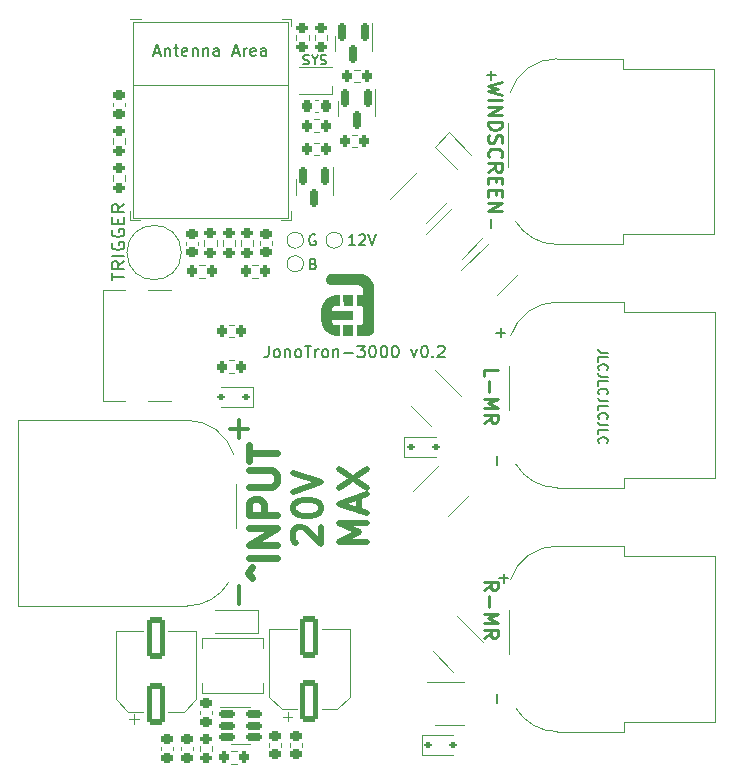
<source format=gbr>
%TF.GenerationSoftware,KiCad,Pcbnew,8.0.0*%
%TF.CreationDate,2024-05-13T20:24:03+10:00*%
%TF.ProjectId,JonoBro,4a6f6e6f-4272-46f2-9e6b-696361645f70,0.2*%
%TF.SameCoordinates,Original*%
%TF.FileFunction,Legend,Top*%
%TF.FilePolarity,Positive*%
%FSLAX46Y46*%
G04 Gerber Fmt 4.6, Leading zero omitted, Abs format (unit mm)*
G04 Created by KiCad (PCBNEW 8.0.0) date 2024-05-13 20:24:03*
%MOMM*%
%LPD*%
G01*
G04 APERTURE LIST*
G04 Aperture macros list*
%AMRoundRect*
0 Rectangle with rounded corners*
0 $1 Rounding radius*
0 $2 $3 $4 $5 $6 $7 $8 $9 X,Y pos of 4 corners*
0 Add a 4 corners polygon primitive as box body*
4,1,4,$2,$3,$4,$5,$6,$7,$8,$9,$2,$3,0*
0 Add four circle primitives for the rounded corners*
1,1,$1+$1,$2,$3*
1,1,$1+$1,$4,$5*
1,1,$1+$1,$6,$7*
1,1,$1+$1,$8,$9*
0 Add four rect primitives between the rounded corners*
20,1,$1+$1,$2,$3,$4,$5,0*
20,1,$1+$1,$4,$5,$6,$7,0*
20,1,$1+$1,$6,$7,$8,$9,0*
20,1,$1+$1,$8,$9,$2,$3,0*%
%AMRotRect*
0 Rectangle, with rotation*
0 The origin of the aperture is its center*
0 $1 length*
0 $2 width*
0 $3 Rotation angle, in degrees counterclockwise*
0 Add horizontal line*
21,1,$1,$2,0,0,$3*%
%AMFreePoly0*
4,1,17,1.371000,0.719999,0.950000,0.719999,0.950000,0.579999,1.370000,0.580000,1.370000,0.080000,0.950000,0.080000,0.950000,-0.080000,1.370000,-0.080000,1.370000,-0.580000,0.950000,-0.579999,0.950000,-0.719999,1.370000,-0.720000,1.370000,-1.225000,-0.950000,-1.225000,-0.950000,1.225000,1.371000,1.225000,1.371000,0.719999,1.371000,0.719999,$1*%
%AMFreePoly1*
4,1,6,0.725000,-0.725000,-0.725000,-0.725000,-0.725000,0.125000,-0.125000,0.725000,0.725000,0.725000,0.725000,-0.725000,0.725000,-0.725000,$1*%
G04 Aperture macros list end*
%ADD10C,0.250000*%
%ADD11C,0.150000*%
%ADD12C,0.200000*%
%ADD13C,0.550000*%
%ADD14C,0.600000*%
%ADD15C,0.165000*%
%ADD16C,0.300000*%
%ADD17C,0.120000*%
%ADD18C,0.000000*%
%ADD19RoundRect,0.200000X0.200000X0.275000X-0.200000X0.275000X-0.200000X-0.275000X0.200000X-0.275000X0*%
%ADD20RoundRect,0.200000X0.275000X-0.200000X0.275000X0.200000X-0.275000X0.200000X-0.275000X-0.200000X0*%
%ADD21RoundRect,0.225000X-0.225000X-0.250000X0.225000X-0.250000X0.225000X0.250000X-0.225000X0.250000X0*%
%ADD22RoundRect,0.225000X0.250000X-0.225000X0.250000X0.225000X-0.250000X0.225000X-0.250000X-0.225000X0*%
%ADD23RotRect,0.630000X0.500000X45.000000*%
%ADD24FreePoly0,45.000000*%
%ADD25C,0.900000*%
%ADD26C,8.600000*%
%ADD27RoundRect,0.225000X-0.250000X0.225000X-0.250000X-0.225000X0.250000X-0.225000X0.250000X0.225000X0*%
%ADD28C,2.500000*%
%ADD29C,1.000000*%
%ADD30RoundRect,0.200000X-0.200000X-0.275000X0.200000X-0.275000X0.200000X0.275000X-0.200000X0.275000X0*%
%ADD31R,0.700000X0.700000*%
%ADD32RoundRect,0.200000X-0.275000X0.200000X-0.275000X-0.200000X0.275000X-0.200000X0.275000X0.200000X0*%
%ADD33C,0.650000*%
%ADD34R,1.450000X0.600000*%
%ADD35R,1.450000X0.300000*%
%ADD36O,2.100000X1.000000*%
%ADD37O,1.600000X1.000000*%
%ADD38R,0.630000X0.500000*%
%ADD39FreePoly0,0.000000*%
%ADD40RoundRect,0.250000X0.550000X-1.500000X0.550000X1.500000X-0.550000X1.500000X-0.550000X-1.500000X0*%
%ADD41C,3.200000*%
%ADD42R,1.200000X1.200000*%
%ADD43RotRect,0.630000X0.500000X315.000000*%
%ADD44FreePoly0,315.000000*%
%ADD45R,2.000000X0.900000*%
%ADD46R,4.100000X4.100000*%
%ADD47C,4.100000*%
%ADD48RoundRect,0.150000X-0.150000X0.587500X-0.150000X-0.587500X0.150000X-0.587500X0.150000X0.587500X0*%
%ADD49RoundRect,0.112500X-0.212132X0.053033X0.053033X-0.212132X0.212132X-0.053033X-0.053033X0.212132X0*%
%ADD50R,0.800000X0.400000*%
%ADD51R,0.400000X0.800000*%
%ADD52FreePoly1,0.000000*%
%ADD53R,1.450000X1.450000*%
%ADD54RoundRect,0.150000X-0.512500X-0.150000X0.512500X-0.150000X0.512500X0.150000X-0.512500X0.150000X0*%
%ADD55RoundRect,0.112500X-0.187500X-0.112500X0.187500X-0.112500X0.187500X0.112500X-0.187500X0.112500X0*%
%ADD56RoundRect,0.112500X0.187500X0.112500X-0.187500X0.112500X-0.187500X-0.112500X0.187500X-0.112500X0*%
%ADD57R,1.500000X2.500000*%
%ADD58C,0.750000*%
G04 APERTURE END LIST*
D10*
X33329857Y58454099D02*
X32129857Y58168385D01*
X32129857Y58168385D02*
X32987000Y57939813D01*
X32987000Y57939813D02*
X32129857Y57711242D01*
X32129857Y57711242D02*
X33329857Y57425527D01*
X32129857Y56968384D02*
X33329857Y56968384D01*
X32129857Y56396955D02*
X33329857Y56396955D01*
X33329857Y56396955D02*
X32129857Y55711241D01*
X32129857Y55711241D02*
X33329857Y55711241D01*
X32129857Y55139812D02*
X33329857Y55139812D01*
X33329857Y55139812D02*
X33329857Y54854098D01*
X33329857Y54854098D02*
X33272714Y54682669D01*
X33272714Y54682669D02*
X33158428Y54568384D01*
X33158428Y54568384D02*
X33044142Y54511241D01*
X33044142Y54511241D02*
X32815571Y54454098D01*
X32815571Y54454098D02*
X32644142Y54454098D01*
X32644142Y54454098D02*
X32415571Y54511241D01*
X32415571Y54511241D02*
X32301285Y54568384D01*
X32301285Y54568384D02*
X32187000Y54682669D01*
X32187000Y54682669D02*
X32129857Y54854098D01*
X32129857Y54854098D02*
X32129857Y55139812D01*
X32187000Y53996955D02*
X32129857Y53825526D01*
X32129857Y53825526D02*
X32129857Y53539812D01*
X32129857Y53539812D02*
X32187000Y53425526D01*
X32187000Y53425526D02*
X32244142Y53368384D01*
X32244142Y53368384D02*
X32358428Y53311241D01*
X32358428Y53311241D02*
X32472714Y53311241D01*
X32472714Y53311241D02*
X32587000Y53368384D01*
X32587000Y53368384D02*
X32644142Y53425526D01*
X32644142Y53425526D02*
X32701285Y53539812D01*
X32701285Y53539812D02*
X32758428Y53768384D01*
X32758428Y53768384D02*
X32815571Y53882669D01*
X32815571Y53882669D02*
X32872714Y53939812D01*
X32872714Y53939812D02*
X32987000Y53996955D01*
X32987000Y53996955D02*
X33101285Y53996955D01*
X33101285Y53996955D02*
X33215571Y53939812D01*
X33215571Y53939812D02*
X33272714Y53882669D01*
X33272714Y53882669D02*
X33329857Y53768384D01*
X33329857Y53768384D02*
X33329857Y53482669D01*
X33329857Y53482669D02*
X33272714Y53311241D01*
X32244142Y52111241D02*
X32187000Y52168384D01*
X32187000Y52168384D02*
X32129857Y52339812D01*
X32129857Y52339812D02*
X32129857Y52454098D01*
X32129857Y52454098D02*
X32187000Y52625527D01*
X32187000Y52625527D02*
X32301285Y52739812D01*
X32301285Y52739812D02*
X32415571Y52796955D01*
X32415571Y52796955D02*
X32644142Y52854098D01*
X32644142Y52854098D02*
X32815571Y52854098D01*
X32815571Y52854098D02*
X33044142Y52796955D01*
X33044142Y52796955D02*
X33158428Y52739812D01*
X33158428Y52739812D02*
X33272714Y52625527D01*
X33272714Y52625527D02*
X33329857Y52454098D01*
X33329857Y52454098D02*
X33329857Y52339812D01*
X33329857Y52339812D02*
X33272714Y52168384D01*
X33272714Y52168384D02*
X33215571Y52111241D01*
X32129857Y50911241D02*
X32701285Y51311241D01*
X32129857Y51596955D02*
X33329857Y51596955D01*
X33329857Y51596955D02*
X33329857Y51139812D01*
X33329857Y51139812D02*
X33272714Y51025527D01*
X33272714Y51025527D02*
X33215571Y50968384D01*
X33215571Y50968384D02*
X33101285Y50911241D01*
X33101285Y50911241D02*
X32929857Y50911241D01*
X32929857Y50911241D02*
X32815571Y50968384D01*
X32815571Y50968384D02*
X32758428Y51025527D01*
X32758428Y51025527D02*
X32701285Y51139812D01*
X32701285Y51139812D02*
X32701285Y51596955D01*
X32758428Y50396955D02*
X32758428Y49996955D01*
X32129857Y49825527D02*
X32129857Y50396955D01*
X32129857Y50396955D02*
X33329857Y50396955D01*
X33329857Y50396955D02*
X33329857Y49825527D01*
X32758428Y49311241D02*
X32758428Y48911241D01*
X32129857Y48739813D02*
X32129857Y49311241D01*
X32129857Y49311241D02*
X33329857Y49311241D01*
X33329857Y49311241D02*
X33329857Y48739813D01*
X32129857Y48225527D02*
X33329857Y48225527D01*
X33329857Y48225527D02*
X32129857Y47539813D01*
X32129857Y47539813D02*
X33329857Y47539813D01*
D11*
X42255704Y35582269D02*
X41684276Y35582269D01*
X41684276Y35582269D02*
X41569990Y35620364D01*
X41569990Y35620364D02*
X41493800Y35696555D01*
X41493800Y35696555D02*
X41455704Y35810840D01*
X41455704Y35810840D02*
X41455704Y35887031D01*
X41455704Y34820364D02*
X41455704Y35201316D01*
X41455704Y35201316D02*
X42255704Y35201316D01*
X41531895Y34096554D02*
X41493800Y34134650D01*
X41493800Y34134650D02*
X41455704Y34248935D01*
X41455704Y34248935D02*
X41455704Y34325126D01*
X41455704Y34325126D02*
X41493800Y34439412D01*
X41493800Y34439412D02*
X41569990Y34515602D01*
X41569990Y34515602D02*
X41646180Y34553697D01*
X41646180Y34553697D02*
X41798561Y34591793D01*
X41798561Y34591793D02*
X41912847Y34591793D01*
X41912847Y34591793D02*
X42065228Y34553697D01*
X42065228Y34553697D02*
X42141419Y34515602D01*
X42141419Y34515602D02*
X42217609Y34439412D01*
X42217609Y34439412D02*
X42255704Y34325126D01*
X42255704Y34325126D02*
X42255704Y34248935D01*
X42255704Y34248935D02*
X42217609Y34134650D01*
X42217609Y34134650D02*
X42179514Y34096554D01*
X42255704Y33525126D02*
X41684276Y33525126D01*
X41684276Y33525126D02*
X41569990Y33563221D01*
X41569990Y33563221D02*
X41493800Y33639412D01*
X41493800Y33639412D02*
X41455704Y33753697D01*
X41455704Y33753697D02*
X41455704Y33829888D01*
X41455704Y32763221D02*
X41455704Y33144173D01*
X41455704Y33144173D02*
X42255704Y33144173D01*
X41531895Y32039411D02*
X41493800Y32077507D01*
X41493800Y32077507D02*
X41455704Y32191792D01*
X41455704Y32191792D02*
X41455704Y32267983D01*
X41455704Y32267983D02*
X41493800Y32382269D01*
X41493800Y32382269D02*
X41569990Y32458459D01*
X41569990Y32458459D02*
X41646180Y32496554D01*
X41646180Y32496554D02*
X41798561Y32534650D01*
X41798561Y32534650D02*
X41912847Y32534650D01*
X41912847Y32534650D02*
X42065228Y32496554D01*
X42065228Y32496554D02*
X42141419Y32458459D01*
X42141419Y32458459D02*
X42217609Y32382269D01*
X42217609Y32382269D02*
X42255704Y32267983D01*
X42255704Y32267983D02*
X42255704Y32191792D01*
X42255704Y32191792D02*
X42217609Y32077507D01*
X42217609Y32077507D02*
X42179514Y32039411D01*
X42255704Y31467983D02*
X41684276Y31467983D01*
X41684276Y31467983D02*
X41569990Y31506078D01*
X41569990Y31506078D02*
X41493800Y31582269D01*
X41493800Y31582269D02*
X41455704Y31696554D01*
X41455704Y31696554D02*
X41455704Y31772745D01*
X41455704Y30706078D02*
X41455704Y31087030D01*
X41455704Y31087030D02*
X42255704Y31087030D01*
X41531895Y29982268D02*
X41493800Y30020364D01*
X41493800Y30020364D02*
X41455704Y30134649D01*
X41455704Y30134649D02*
X41455704Y30210840D01*
X41455704Y30210840D02*
X41493800Y30325126D01*
X41493800Y30325126D02*
X41569990Y30401316D01*
X41569990Y30401316D02*
X41646180Y30439411D01*
X41646180Y30439411D02*
X41798561Y30477507D01*
X41798561Y30477507D02*
X41912847Y30477507D01*
X41912847Y30477507D02*
X42065228Y30439411D01*
X42065228Y30439411D02*
X42141419Y30401316D01*
X42141419Y30401316D02*
X42217609Y30325126D01*
X42217609Y30325126D02*
X42255704Y30210840D01*
X42255704Y30210840D02*
X42255704Y30134649D01*
X42255704Y30134649D02*
X42217609Y30020364D01*
X42217609Y30020364D02*
X42179514Y29982268D01*
X42255704Y29410840D02*
X41684276Y29410840D01*
X41684276Y29410840D02*
X41569990Y29448935D01*
X41569990Y29448935D02*
X41493800Y29525126D01*
X41493800Y29525126D02*
X41455704Y29639411D01*
X41455704Y29639411D02*
X41455704Y29715602D01*
X41455704Y28648935D02*
X41455704Y29029887D01*
X41455704Y29029887D02*
X42255704Y29029887D01*
X41531895Y27925125D02*
X41493800Y27963221D01*
X41493800Y27963221D02*
X41455704Y28077506D01*
X41455704Y28077506D02*
X41455704Y28153697D01*
X41455704Y28153697D02*
X41493800Y28267983D01*
X41493800Y28267983D02*
X41569990Y28344173D01*
X41569990Y28344173D02*
X41646180Y28382268D01*
X41646180Y28382268D02*
X41798561Y28420364D01*
X41798561Y28420364D02*
X41912847Y28420364D01*
X41912847Y28420364D02*
X42065228Y28382268D01*
X42065228Y28382268D02*
X42141419Y28344173D01*
X42141419Y28344173D02*
X42217609Y28267983D01*
X42217609Y28267983D02*
X42255704Y28153697D01*
X42255704Y28153697D02*
X42255704Y28077506D01*
X42255704Y28077506D02*
X42217609Y27963221D01*
X42217609Y27963221D02*
X42179514Y27925125D01*
D12*
X13545387Y36182781D02*
X13545387Y35468496D01*
X13545387Y35468496D02*
X13497768Y35325639D01*
X13497768Y35325639D02*
X13402530Y35230400D01*
X13402530Y35230400D02*
X13259673Y35182781D01*
X13259673Y35182781D02*
X13164435Y35182781D01*
X14164435Y35182781D02*
X14069197Y35230400D01*
X14069197Y35230400D02*
X14021578Y35278020D01*
X14021578Y35278020D02*
X13973959Y35373258D01*
X13973959Y35373258D02*
X13973959Y35658972D01*
X13973959Y35658972D02*
X14021578Y35754210D01*
X14021578Y35754210D02*
X14069197Y35801829D01*
X14069197Y35801829D02*
X14164435Y35849448D01*
X14164435Y35849448D02*
X14307292Y35849448D01*
X14307292Y35849448D02*
X14402530Y35801829D01*
X14402530Y35801829D02*
X14450149Y35754210D01*
X14450149Y35754210D02*
X14497768Y35658972D01*
X14497768Y35658972D02*
X14497768Y35373258D01*
X14497768Y35373258D02*
X14450149Y35278020D01*
X14450149Y35278020D02*
X14402530Y35230400D01*
X14402530Y35230400D02*
X14307292Y35182781D01*
X14307292Y35182781D02*
X14164435Y35182781D01*
X14926340Y35849448D02*
X14926340Y35182781D01*
X14926340Y35754210D02*
X14973959Y35801829D01*
X14973959Y35801829D02*
X15069197Y35849448D01*
X15069197Y35849448D02*
X15212054Y35849448D01*
X15212054Y35849448D02*
X15307292Y35801829D01*
X15307292Y35801829D02*
X15354911Y35706591D01*
X15354911Y35706591D02*
X15354911Y35182781D01*
X15973959Y35182781D02*
X15878721Y35230400D01*
X15878721Y35230400D02*
X15831102Y35278020D01*
X15831102Y35278020D02*
X15783483Y35373258D01*
X15783483Y35373258D02*
X15783483Y35658972D01*
X15783483Y35658972D02*
X15831102Y35754210D01*
X15831102Y35754210D02*
X15878721Y35801829D01*
X15878721Y35801829D02*
X15973959Y35849448D01*
X15973959Y35849448D02*
X16116816Y35849448D01*
X16116816Y35849448D02*
X16212054Y35801829D01*
X16212054Y35801829D02*
X16259673Y35754210D01*
X16259673Y35754210D02*
X16307292Y35658972D01*
X16307292Y35658972D02*
X16307292Y35373258D01*
X16307292Y35373258D02*
X16259673Y35278020D01*
X16259673Y35278020D02*
X16212054Y35230400D01*
X16212054Y35230400D02*
X16116816Y35182781D01*
X16116816Y35182781D02*
X15973959Y35182781D01*
X16593007Y36182781D02*
X17164435Y36182781D01*
X16878721Y35182781D02*
X16878721Y36182781D01*
X17497769Y35182781D02*
X17497769Y35849448D01*
X17497769Y35658972D02*
X17545388Y35754210D01*
X17545388Y35754210D02*
X17593007Y35801829D01*
X17593007Y35801829D02*
X17688245Y35849448D01*
X17688245Y35849448D02*
X17783483Y35849448D01*
X18259674Y35182781D02*
X18164436Y35230400D01*
X18164436Y35230400D02*
X18116817Y35278020D01*
X18116817Y35278020D02*
X18069198Y35373258D01*
X18069198Y35373258D02*
X18069198Y35658972D01*
X18069198Y35658972D02*
X18116817Y35754210D01*
X18116817Y35754210D02*
X18164436Y35801829D01*
X18164436Y35801829D02*
X18259674Y35849448D01*
X18259674Y35849448D02*
X18402531Y35849448D01*
X18402531Y35849448D02*
X18497769Y35801829D01*
X18497769Y35801829D02*
X18545388Y35754210D01*
X18545388Y35754210D02*
X18593007Y35658972D01*
X18593007Y35658972D02*
X18593007Y35373258D01*
X18593007Y35373258D02*
X18545388Y35278020D01*
X18545388Y35278020D02*
X18497769Y35230400D01*
X18497769Y35230400D02*
X18402531Y35182781D01*
X18402531Y35182781D02*
X18259674Y35182781D01*
X19021579Y35849448D02*
X19021579Y35182781D01*
X19021579Y35754210D02*
X19069198Y35801829D01*
X19069198Y35801829D02*
X19164436Y35849448D01*
X19164436Y35849448D02*
X19307293Y35849448D01*
X19307293Y35849448D02*
X19402531Y35801829D01*
X19402531Y35801829D02*
X19450150Y35706591D01*
X19450150Y35706591D02*
X19450150Y35182781D01*
X19926341Y35563734D02*
X20688246Y35563734D01*
X21069198Y36182781D02*
X21688245Y36182781D01*
X21688245Y36182781D02*
X21354912Y35801829D01*
X21354912Y35801829D02*
X21497769Y35801829D01*
X21497769Y35801829D02*
X21593007Y35754210D01*
X21593007Y35754210D02*
X21640626Y35706591D01*
X21640626Y35706591D02*
X21688245Y35611353D01*
X21688245Y35611353D02*
X21688245Y35373258D01*
X21688245Y35373258D02*
X21640626Y35278020D01*
X21640626Y35278020D02*
X21593007Y35230400D01*
X21593007Y35230400D02*
X21497769Y35182781D01*
X21497769Y35182781D02*
X21212055Y35182781D01*
X21212055Y35182781D02*
X21116817Y35230400D01*
X21116817Y35230400D02*
X21069198Y35278020D01*
X22307293Y36182781D02*
X22402531Y36182781D01*
X22402531Y36182781D02*
X22497769Y36135162D01*
X22497769Y36135162D02*
X22545388Y36087543D01*
X22545388Y36087543D02*
X22593007Y35992305D01*
X22593007Y35992305D02*
X22640626Y35801829D01*
X22640626Y35801829D02*
X22640626Y35563734D01*
X22640626Y35563734D02*
X22593007Y35373258D01*
X22593007Y35373258D02*
X22545388Y35278020D01*
X22545388Y35278020D02*
X22497769Y35230400D01*
X22497769Y35230400D02*
X22402531Y35182781D01*
X22402531Y35182781D02*
X22307293Y35182781D01*
X22307293Y35182781D02*
X22212055Y35230400D01*
X22212055Y35230400D02*
X22164436Y35278020D01*
X22164436Y35278020D02*
X22116817Y35373258D01*
X22116817Y35373258D02*
X22069198Y35563734D01*
X22069198Y35563734D02*
X22069198Y35801829D01*
X22069198Y35801829D02*
X22116817Y35992305D01*
X22116817Y35992305D02*
X22164436Y36087543D01*
X22164436Y36087543D02*
X22212055Y36135162D01*
X22212055Y36135162D02*
X22307293Y36182781D01*
X23259674Y36182781D02*
X23354912Y36182781D01*
X23354912Y36182781D02*
X23450150Y36135162D01*
X23450150Y36135162D02*
X23497769Y36087543D01*
X23497769Y36087543D02*
X23545388Y35992305D01*
X23545388Y35992305D02*
X23593007Y35801829D01*
X23593007Y35801829D02*
X23593007Y35563734D01*
X23593007Y35563734D02*
X23545388Y35373258D01*
X23545388Y35373258D02*
X23497769Y35278020D01*
X23497769Y35278020D02*
X23450150Y35230400D01*
X23450150Y35230400D02*
X23354912Y35182781D01*
X23354912Y35182781D02*
X23259674Y35182781D01*
X23259674Y35182781D02*
X23164436Y35230400D01*
X23164436Y35230400D02*
X23116817Y35278020D01*
X23116817Y35278020D02*
X23069198Y35373258D01*
X23069198Y35373258D02*
X23021579Y35563734D01*
X23021579Y35563734D02*
X23021579Y35801829D01*
X23021579Y35801829D02*
X23069198Y35992305D01*
X23069198Y35992305D02*
X23116817Y36087543D01*
X23116817Y36087543D02*
X23164436Y36135162D01*
X23164436Y36135162D02*
X23259674Y36182781D01*
X24212055Y36182781D02*
X24307293Y36182781D01*
X24307293Y36182781D02*
X24402531Y36135162D01*
X24402531Y36135162D02*
X24450150Y36087543D01*
X24450150Y36087543D02*
X24497769Y35992305D01*
X24497769Y35992305D02*
X24545388Y35801829D01*
X24545388Y35801829D02*
X24545388Y35563734D01*
X24545388Y35563734D02*
X24497769Y35373258D01*
X24497769Y35373258D02*
X24450150Y35278020D01*
X24450150Y35278020D02*
X24402531Y35230400D01*
X24402531Y35230400D02*
X24307293Y35182781D01*
X24307293Y35182781D02*
X24212055Y35182781D01*
X24212055Y35182781D02*
X24116817Y35230400D01*
X24116817Y35230400D02*
X24069198Y35278020D01*
X24069198Y35278020D02*
X24021579Y35373258D01*
X24021579Y35373258D02*
X23973960Y35563734D01*
X23973960Y35563734D02*
X23973960Y35801829D01*
X23973960Y35801829D02*
X24021579Y35992305D01*
X24021579Y35992305D02*
X24069198Y36087543D01*
X24069198Y36087543D02*
X24116817Y36135162D01*
X24116817Y36135162D02*
X24212055Y36182781D01*
X25640627Y35849448D02*
X25878722Y35182781D01*
X25878722Y35182781D02*
X26116817Y35849448D01*
X26688246Y36182781D02*
X26783484Y36182781D01*
X26783484Y36182781D02*
X26878722Y36135162D01*
X26878722Y36135162D02*
X26926341Y36087543D01*
X26926341Y36087543D02*
X26973960Y35992305D01*
X26973960Y35992305D02*
X27021579Y35801829D01*
X27021579Y35801829D02*
X27021579Y35563734D01*
X27021579Y35563734D02*
X26973960Y35373258D01*
X26973960Y35373258D02*
X26926341Y35278020D01*
X26926341Y35278020D02*
X26878722Y35230400D01*
X26878722Y35230400D02*
X26783484Y35182781D01*
X26783484Y35182781D02*
X26688246Y35182781D01*
X26688246Y35182781D02*
X26593008Y35230400D01*
X26593008Y35230400D02*
X26545389Y35278020D01*
X26545389Y35278020D02*
X26497770Y35373258D01*
X26497770Y35373258D02*
X26450151Y35563734D01*
X26450151Y35563734D02*
X26450151Y35801829D01*
X26450151Y35801829D02*
X26497770Y35992305D01*
X26497770Y35992305D02*
X26545389Y36087543D01*
X26545389Y36087543D02*
X26593008Y36135162D01*
X26593008Y36135162D02*
X26688246Y36182781D01*
X27450151Y35278020D02*
X27497770Y35230400D01*
X27497770Y35230400D02*
X27450151Y35182781D01*
X27450151Y35182781D02*
X27402532Y35230400D01*
X27402532Y35230400D02*
X27450151Y35278020D01*
X27450151Y35278020D02*
X27450151Y35182781D01*
X27878722Y36087543D02*
X27926341Y36135162D01*
X27926341Y36135162D02*
X28021579Y36182781D01*
X28021579Y36182781D02*
X28259674Y36182781D01*
X28259674Y36182781D02*
X28354912Y36135162D01*
X28354912Y36135162D02*
X28402531Y36087543D01*
X28402531Y36087543D02*
X28450150Y35992305D01*
X28450150Y35992305D02*
X28450150Y35897067D01*
X28450150Y35897067D02*
X28402531Y35754210D01*
X28402531Y35754210D02*
X27831103Y35182781D01*
X27831103Y35182781D02*
X28450150Y35182781D01*
D11*
X20884398Y44685441D02*
X20370112Y44685441D01*
X20627255Y44685441D02*
X20627255Y45585441D01*
X20627255Y45585441D02*
X20541541Y45456870D01*
X20541541Y45456870D02*
X20455826Y45371156D01*
X20455826Y45371156D02*
X20370112Y45328298D01*
X21227255Y45499727D02*
X21270112Y45542584D01*
X21270112Y45542584D02*
X21355827Y45585441D01*
X21355827Y45585441D02*
X21570112Y45585441D01*
X21570112Y45585441D02*
X21655827Y45542584D01*
X21655827Y45542584D02*
X21698684Y45499727D01*
X21698684Y45499727D02*
X21741541Y45414013D01*
X21741541Y45414013D02*
X21741541Y45328298D01*
X21741541Y45328298D02*
X21698684Y45199727D01*
X21698684Y45199727D02*
X21184398Y44685441D01*
X21184398Y44685441D02*
X21741541Y44685441D01*
X21998684Y45585441D02*
X22298684Y44685441D01*
X22298684Y44685441D02*
X22598684Y45585441D01*
X16491064Y60013800D02*
X16605350Y59975705D01*
X16605350Y59975705D02*
X16795826Y59975705D01*
X16795826Y59975705D02*
X16872017Y60013800D01*
X16872017Y60013800D02*
X16910112Y60051896D01*
X16910112Y60051896D02*
X16948207Y60128086D01*
X16948207Y60128086D02*
X16948207Y60204277D01*
X16948207Y60204277D02*
X16910112Y60280467D01*
X16910112Y60280467D02*
X16872017Y60318562D01*
X16872017Y60318562D02*
X16795826Y60356658D01*
X16795826Y60356658D02*
X16643445Y60394753D01*
X16643445Y60394753D02*
X16567255Y60432848D01*
X16567255Y60432848D02*
X16529160Y60470943D01*
X16529160Y60470943D02*
X16491064Y60547134D01*
X16491064Y60547134D02*
X16491064Y60623324D01*
X16491064Y60623324D02*
X16529160Y60699515D01*
X16529160Y60699515D02*
X16567255Y60737610D01*
X16567255Y60737610D02*
X16643445Y60775705D01*
X16643445Y60775705D02*
X16833922Y60775705D01*
X16833922Y60775705D02*
X16948207Y60737610D01*
X17443446Y60356658D02*
X17443446Y59975705D01*
X17176779Y60775705D02*
X17443446Y60356658D01*
X17443446Y60356658D02*
X17710112Y60775705D01*
X17938683Y60013800D02*
X18052969Y59975705D01*
X18052969Y59975705D02*
X18243445Y59975705D01*
X18243445Y59975705D02*
X18319636Y60013800D01*
X18319636Y60013800D02*
X18357731Y60051896D01*
X18357731Y60051896D02*
X18395826Y60128086D01*
X18395826Y60128086D02*
X18395826Y60204277D01*
X18395826Y60204277D02*
X18357731Y60280467D01*
X18357731Y60280467D02*
X18319636Y60318562D01*
X18319636Y60318562D02*
X18243445Y60356658D01*
X18243445Y60356658D02*
X18091064Y60394753D01*
X18091064Y60394753D02*
X18014874Y60432848D01*
X18014874Y60432848D02*
X17976779Y60470943D01*
X17976779Y60470943D02*
X17938683Y60547134D01*
X17938683Y60547134D02*
X17938683Y60623324D01*
X17938683Y60623324D02*
X17976779Y60699515D01*
X17976779Y60699515D02*
X18014874Y60737610D01*
X18014874Y60737610D02*
X18091064Y60775705D01*
X18091064Y60775705D02*
X18281541Y60775705D01*
X18281541Y60775705D02*
X18395826Y60737610D01*
X17312105Y43109215D02*
X17440677Y43066358D01*
X17440677Y43066358D02*
X17483534Y43023501D01*
X17483534Y43023501D02*
X17526391Y42937786D01*
X17526391Y42937786D02*
X17526391Y42809215D01*
X17526391Y42809215D02*
X17483534Y42723501D01*
X17483534Y42723501D02*
X17440677Y42680643D01*
X17440677Y42680643D02*
X17354962Y42637786D01*
X17354962Y42637786D02*
X17012105Y42637786D01*
X17012105Y42637786D02*
X17012105Y43537786D01*
X17012105Y43537786D02*
X17312105Y43537786D01*
X17312105Y43537786D02*
X17397820Y43494929D01*
X17397820Y43494929D02*
X17440677Y43452072D01*
X17440677Y43452072D02*
X17483534Y43366358D01*
X17483534Y43366358D02*
X17483534Y43280643D01*
X17483534Y43280643D02*
X17440677Y43194929D01*
X17440677Y43194929D02*
X17397820Y43152072D01*
X17397820Y43152072D02*
X17312105Y43109215D01*
X17312105Y43109215D02*
X17012105Y43109215D01*
D10*
X31759857Y33578385D02*
X31759857Y34149813D01*
X31759857Y34149813D02*
X32959857Y34149813D01*
X32217000Y33178384D02*
X32217000Y32264098D01*
X31759857Y31692670D02*
X32959857Y31692670D01*
X32959857Y31692670D02*
X32102714Y31292670D01*
X32102714Y31292670D02*
X32959857Y30892670D01*
X32959857Y30892670D02*
X31759857Y30892670D01*
X31759857Y29635527D02*
X32331285Y30035527D01*
X31759857Y30321241D02*
X32959857Y30321241D01*
X32959857Y30321241D02*
X32959857Y29864098D01*
X32959857Y29864098D02*
X32902714Y29749813D01*
X32902714Y29749813D02*
X32845571Y29692670D01*
X32845571Y29692670D02*
X32731285Y29635527D01*
X32731285Y29635527D02*
X32559857Y29635527D01*
X32559857Y29635527D02*
X32445571Y29692670D01*
X32445571Y29692670D02*
X32388428Y29749813D01*
X32388428Y29749813D02*
X32331285Y29864098D01*
X32331285Y29864098D02*
X32331285Y30321241D01*
D13*
X15832391Y19458985D02*
X15718105Y19573271D01*
X15718105Y19573271D02*
X15603819Y19801842D01*
X15603819Y19801842D02*
X15603819Y20373271D01*
X15603819Y20373271D02*
X15718105Y20601842D01*
X15718105Y20601842D02*
X15832391Y20716128D01*
X15832391Y20716128D02*
X16060962Y20830414D01*
X16060962Y20830414D02*
X16289534Y20830414D01*
X16289534Y20830414D02*
X16632391Y20716128D01*
X16632391Y20716128D02*
X18003819Y19344700D01*
X18003819Y19344700D02*
X18003819Y20830414D01*
X15603819Y22316128D02*
X15603819Y22544699D01*
X15603819Y22544699D02*
X15718105Y22773271D01*
X15718105Y22773271D02*
X15832391Y22887556D01*
X15832391Y22887556D02*
X16060962Y23001842D01*
X16060962Y23001842D02*
X16518105Y23116128D01*
X16518105Y23116128D02*
X17089534Y23116128D01*
X17089534Y23116128D02*
X17546676Y23001842D01*
X17546676Y23001842D02*
X17775248Y22887556D01*
X17775248Y22887556D02*
X17889534Y22773271D01*
X17889534Y22773271D02*
X18003819Y22544699D01*
X18003819Y22544699D02*
X18003819Y22316128D01*
X18003819Y22316128D02*
X17889534Y22087556D01*
X17889534Y22087556D02*
X17775248Y21973271D01*
X17775248Y21973271D02*
X17546676Y21858985D01*
X17546676Y21858985D02*
X17089534Y21744699D01*
X17089534Y21744699D02*
X16518105Y21744699D01*
X16518105Y21744699D02*
X16060962Y21858985D01*
X16060962Y21858985D02*
X15832391Y21973271D01*
X15832391Y21973271D02*
X15718105Y22087556D01*
X15718105Y22087556D02*
X15603819Y22316128D01*
X15603819Y23801842D02*
X18003819Y24601842D01*
X18003819Y24601842D02*
X15603819Y25401842D01*
X21867685Y19573271D02*
X19467685Y19573271D01*
X19467685Y19573271D02*
X21181971Y20373271D01*
X21181971Y20373271D02*
X19467685Y21173271D01*
X19467685Y21173271D02*
X21867685Y21173271D01*
X21181971Y22201842D02*
X21181971Y23344699D01*
X21867685Y21973271D02*
X19467685Y22773271D01*
X19467685Y22773271D02*
X21867685Y23573271D01*
X19467685Y24144700D02*
X21867685Y25744700D01*
X19467685Y25744700D02*
X21867685Y24144700D01*
D14*
X12103657Y16473308D02*
X11760800Y16930451D01*
X11760800Y16930451D02*
X12103657Y17387594D01*
X14275085Y18187594D02*
X11875085Y18187594D01*
X14275085Y19330451D02*
X11875085Y19330451D01*
X11875085Y19330451D02*
X14275085Y20701880D01*
X14275085Y20701880D02*
X11875085Y20701880D01*
X14275085Y21844737D02*
X11875085Y21844737D01*
X11875085Y21844737D02*
X11875085Y22759023D01*
X11875085Y22759023D02*
X11989371Y22987594D01*
X11989371Y22987594D02*
X12103657Y23101880D01*
X12103657Y23101880D02*
X12332228Y23216166D01*
X12332228Y23216166D02*
X12675085Y23216166D01*
X12675085Y23216166D02*
X12903657Y23101880D01*
X12903657Y23101880D02*
X13017942Y22987594D01*
X13017942Y22987594D02*
X13132228Y22759023D01*
X13132228Y22759023D02*
X13132228Y21844737D01*
X11875085Y24244737D02*
X13817942Y24244737D01*
X13817942Y24244737D02*
X14046514Y24359023D01*
X14046514Y24359023D02*
X14160800Y24473308D01*
X14160800Y24473308D02*
X14275085Y24701880D01*
X14275085Y24701880D02*
X14275085Y25159023D01*
X14275085Y25159023D02*
X14160800Y25387594D01*
X14160800Y25387594D02*
X14046514Y25501880D01*
X14046514Y25501880D02*
X13817942Y25616166D01*
X13817942Y25616166D02*
X11875085Y25616166D01*
X11875085Y26416166D02*
X11875085Y27787594D01*
X14275085Y27101880D02*
X11875085Y27101880D01*
D15*
X242802Y41693122D02*
X242802Y42321694D01*
X1342802Y42007408D02*
X242802Y42007408D01*
X1342802Y43316932D02*
X818993Y42950265D01*
X1342802Y42688360D02*
X242802Y42688360D01*
X242802Y42688360D02*
X242802Y43107408D01*
X242802Y43107408D02*
X295183Y43212170D01*
X295183Y43212170D02*
X347564Y43264551D01*
X347564Y43264551D02*
X452326Y43316932D01*
X452326Y43316932D02*
X609469Y43316932D01*
X609469Y43316932D02*
X714231Y43264551D01*
X714231Y43264551D02*
X766612Y43212170D01*
X766612Y43212170D02*
X818993Y43107408D01*
X818993Y43107408D02*
X818993Y42688360D01*
X1342802Y43788360D02*
X242802Y43788360D01*
X295183Y44888361D02*
X242802Y44783599D01*
X242802Y44783599D02*
X242802Y44626456D01*
X242802Y44626456D02*
X295183Y44469313D01*
X295183Y44469313D02*
X399945Y44364551D01*
X399945Y44364551D02*
X504707Y44312170D01*
X504707Y44312170D02*
X714231Y44259789D01*
X714231Y44259789D02*
X871374Y44259789D01*
X871374Y44259789D02*
X1080898Y44312170D01*
X1080898Y44312170D02*
X1185660Y44364551D01*
X1185660Y44364551D02*
X1290422Y44469313D01*
X1290422Y44469313D02*
X1342802Y44626456D01*
X1342802Y44626456D02*
X1342802Y44731218D01*
X1342802Y44731218D02*
X1290422Y44888361D01*
X1290422Y44888361D02*
X1238041Y44940742D01*
X1238041Y44940742D02*
X871374Y44940742D01*
X871374Y44940742D02*
X871374Y44731218D01*
X295183Y45988361D02*
X242802Y45883599D01*
X242802Y45883599D02*
X242802Y45726456D01*
X242802Y45726456D02*
X295183Y45569313D01*
X295183Y45569313D02*
X399945Y45464551D01*
X399945Y45464551D02*
X504707Y45412170D01*
X504707Y45412170D02*
X714231Y45359789D01*
X714231Y45359789D02*
X871374Y45359789D01*
X871374Y45359789D02*
X1080898Y45412170D01*
X1080898Y45412170D02*
X1185660Y45464551D01*
X1185660Y45464551D02*
X1290422Y45569313D01*
X1290422Y45569313D02*
X1342802Y45726456D01*
X1342802Y45726456D02*
X1342802Y45831218D01*
X1342802Y45831218D02*
X1290422Y45988361D01*
X1290422Y45988361D02*
X1238041Y46040742D01*
X1238041Y46040742D02*
X871374Y46040742D01*
X871374Y46040742D02*
X871374Y45831218D01*
X766612Y46512170D02*
X766612Y46878837D01*
X1342802Y47035980D02*
X1342802Y46512170D01*
X1342802Y46512170D02*
X242802Y46512170D01*
X242802Y46512170D02*
X242802Y47035980D01*
X1342802Y48135980D02*
X818993Y47769313D01*
X1342802Y47507408D02*
X242802Y47507408D01*
X242802Y47507408D02*
X242802Y47926456D01*
X242802Y47926456D02*
X295183Y48031218D01*
X295183Y48031218D02*
X347564Y48083599D01*
X347564Y48083599D02*
X452326Y48135980D01*
X452326Y48135980D02*
X609469Y48135980D01*
X609469Y48135980D02*
X714231Y48083599D01*
X714231Y48083599D02*
X766612Y48031218D01*
X766612Y48031218D02*
X818993Y47926456D01*
X818993Y47926456D02*
X818993Y47507408D01*
D10*
X31769857Y15474099D02*
X32341285Y15874099D01*
X31769857Y16159813D02*
X32969857Y16159813D01*
X32969857Y16159813D02*
X32969857Y15702670D01*
X32969857Y15702670D02*
X32912714Y15588385D01*
X32912714Y15588385D02*
X32855571Y15531242D01*
X32855571Y15531242D02*
X32741285Y15474099D01*
X32741285Y15474099D02*
X32569857Y15474099D01*
X32569857Y15474099D02*
X32455571Y15531242D01*
X32455571Y15531242D02*
X32398428Y15588385D01*
X32398428Y15588385D02*
X32341285Y15702670D01*
X32341285Y15702670D02*
X32341285Y16159813D01*
X32227000Y14959813D02*
X32227000Y14045527D01*
X31769857Y13474099D02*
X32969857Y13474099D01*
X32969857Y13474099D02*
X32112714Y13074099D01*
X32112714Y13074099D02*
X32969857Y12674099D01*
X32969857Y12674099D02*
X31769857Y12674099D01*
X31769857Y11416956D02*
X32341285Y11816956D01*
X31769857Y12102670D02*
X32969857Y12102670D01*
X32969857Y12102670D02*
X32969857Y11645527D01*
X32969857Y11645527D02*
X32912714Y11531242D01*
X32912714Y11531242D02*
X32855571Y11474099D01*
X32855571Y11474099D02*
X32741285Y11416956D01*
X32741285Y11416956D02*
X32569857Y11416956D01*
X32569857Y11416956D02*
X32455571Y11474099D01*
X32455571Y11474099D02*
X32398428Y11531242D01*
X32398428Y11531242D02*
X32341285Y11645527D01*
X32341285Y11645527D02*
X32341285Y12102670D01*
D11*
X17494368Y45542584D02*
X17408654Y45585441D01*
X17408654Y45585441D02*
X17280082Y45585441D01*
X17280082Y45585441D02*
X17151511Y45542584D01*
X17151511Y45542584D02*
X17065796Y45456870D01*
X17065796Y45456870D02*
X17022939Y45371156D01*
X17022939Y45371156D02*
X16980082Y45199727D01*
X16980082Y45199727D02*
X16980082Y45071156D01*
X16980082Y45071156D02*
X17022939Y44899727D01*
X17022939Y44899727D02*
X17065796Y44814013D01*
X17065796Y44814013D02*
X17151511Y44728298D01*
X17151511Y44728298D02*
X17280082Y44685441D01*
X17280082Y44685441D02*
X17365796Y44685441D01*
X17365796Y44685441D02*
X17494368Y44728298D01*
X17494368Y44728298D02*
X17537225Y44771156D01*
X17537225Y44771156D02*
X17537225Y45071156D01*
X17537225Y45071156D02*
X17365796Y45071156D01*
X33193866Y36899049D02*
X33193866Y37660953D01*
X33574819Y37280001D02*
X32812914Y37280001D01*
X32893866Y26039049D02*
X32893866Y26800953D01*
X32333866Y46119049D02*
X32333866Y46880953D01*
X32403866Y58679049D02*
X32403866Y59440953D01*
X32784819Y59060001D02*
X32022914Y59060001D01*
X3863094Y60980896D02*
X4339284Y60980896D01*
X3767856Y60695181D02*
X4101189Y61695181D01*
X4101189Y61695181D02*
X4434522Y60695181D01*
X4767856Y61361848D02*
X4767856Y60695181D01*
X4767856Y61266610D02*
X4815475Y61314229D01*
X4815475Y61314229D02*
X4910713Y61361848D01*
X4910713Y61361848D02*
X5053570Y61361848D01*
X5053570Y61361848D02*
X5148808Y61314229D01*
X5148808Y61314229D02*
X5196427Y61218991D01*
X5196427Y61218991D02*
X5196427Y60695181D01*
X5529761Y61361848D02*
X5910713Y61361848D01*
X5672618Y61695181D02*
X5672618Y60838039D01*
X5672618Y60838039D02*
X5720237Y60742800D01*
X5720237Y60742800D02*
X5815475Y60695181D01*
X5815475Y60695181D02*
X5910713Y60695181D01*
X6624999Y60742800D02*
X6529761Y60695181D01*
X6529761Y60695181D02*
X6339285Y60695181D01*
X6339285Y60695181D02*
X6244047Y60742800D01*
X6244047Y60742800D02*
X6196428Y60838039D01*
X6196428Y60838039D02*
X6196428Y61218991D01*
X6196428Y61218991D02*
X6244047Y61314229D01*
X6244047Y61314229D02*
X6339285Y61361848D01*
X6339285Y61361848D02*
X6529761Y61361848D01*
X6529761Y61361848D02*
X6624999Y61314229D01*
X6624999Y61314229D02*
X6672618Y61218991D01*
X6672618Y61218991D02*
X6672618Y61123753D01*
X6672618Y61123753D02*
X6196428Y61028515D01*
X7101190Y61361848D02*
X7101190Y60695181D01*
X7101190Y61266610D02*
X7148809Y61314229D01*
X7148809Y61314229D02*
X7244047Y61361848D01*
X7244047Y61361848D02*
X7386904Y61361848D01*
X7386904Y61361848D02*
X7482142Y61314229D01*
X7482142Y61314229D02*
X7529761Y61218991D01*
X7529761Y61218991D02*
X7529761Y60695181D01*
X8005952Y61361848D02*
X8005952Y60695181D01*
X8005952Y61266610D02*
X8053571Y61314229D01*
X8053571Y61314229D02*
X8148809Y61361848D01*
X8148809Y61361848D02*
X8291666Y61361848D01*
X8291666Y61361848D02*
X8386904Y61314229D01*
X8386904Y61314229D02*
X8434523Y61218991D01*
X8434523Y61218991D02*
X8434523Y60695181D01*
X9339285Y60695181D02*
X9339285Y61218991D01*
X9339285Y61218991D02*
X9291666Y61314229D01*
X9291666Y61314229D02*
X9196428Y61361848D01*
X9196428Y61361848D02*
X9005952Y61361848D01*
X9005952Y61361848D02*
X8910714Y61314229D01*
X9339285Y60742800D02*
X9244047Y60695181D01*
X9244047Y60695181D02*
X9005952Y60695181D01*
X9005952Y60695181D02*
X8910714Y60742800D01*
X8910714Y60742800D02*
X8863095Y60838039D01*
X8863095Y60838039D02*
X8863095Y60933277D01*
X8863095Y60933277D02*
X8910714Y61028515D01*
X8910714Y61028515D02*
X9005952Y61076134D01*
X9005952Y61076134D02*
X9244047Y61076134D01*
X9244047Y61076134D02*
X9339285Y61123753D01*
X10529762Y60980896D02*
X11005952Y60980896D01*
X10434524Y60695181D02*
X10767857Y61695181D01*
X10767857Y61695181D02*
X11101190Y60695181D01*
X11434524Y60695181D02*
X11434524Y61361848D01*
X11434524Y61171372D02*
X11482143Y61266610D01*
X11482143Y61266610D02*
X11529762Y61314229D01*
X11529762Y61314229D02*
X11625000Y61361848D01*
X11625000Y61361848D02*
X11720238Y61361848D01*
X12434524Y60742800D02*
X12339286Y60695181D01*
X12339286Y60695181D02*
X12148810Y60695181D01*
X12148810Y60695181D02*
X12053572Y60742800D01*
X12053572Y60742800D02*
X12005953Y60838039D01*
X12005953Y60838039D02*
X12005953Y61218991D01*
X12005953Y61218991D02*
X12053572Y61314229D01*
X12053572Y61314229D02*
X12148810Y61361848D01*
X12148810Y61361848D02*
X12339286Y61361848D01*
X12339286Y61361848D02*
X12434524Y61314229D01*
X12434524Y61314229D02*
X12482143Y61218991D01*
X12482143Y61218991D02*
X12482143Y61123753D01*
X12482143Y61123753D02*
X12005953Y61028515D01*
X13339286Y60695181D02*
X13339286Y61218991D01*
X13339286Y61218991D02*
X13291667Y61314229D01*
X13291667Y61314229D02*
X13196429Y61361848D01*
X13196429Y61361848D02*
X13005953Y61361848D01*
X13005953Y61361848D02*
X12910715Y61314229D01*
X13339286Y60742800D02*
X13244048Y60695181D01*
X13244048Y60695181D02*
X13005953Y60695181D01*
X13005953Y60695181D02*
X12910715Y60742800D01*
X12910715Y60742800D02*
X12863096Y60838039D01*
X12863096Y60838039D02*
X12863096Y60933277D01*
X12863096Y60933277D02*
X12910715Y61028515D01*
X12910715Y61028515D02*
X13005953Y61076134D01*
X13005953Y61076134D02*
X13244048Y61076134D01*
X13244048Y61076134D02*
X13339286Y61123753D01*
X32903866Y5929049D02*
X32903866Y6690953D01*
X33453866Y16089049D02*
X33453866Y16850953D01*
X33834819Y16470001D02*
X33072914Y16470001D01*
D16*
X10997733Y14338096D02*
X10997733Y15861905D01*
X10997733Y28338096D02*
X10997733Y29861905D01*
X11759638Y29100001D02*
X10235828Y29100001D01*
D17*
%TO.C,R13*%
X10638730Y37922500D02*
X10164214Y37922500D01*
X10638730Y36877500D02*
X10164214Y36877500D01*
%TO.C,R19*%
X11218904Y44618010D02*
X11218904Y45092526D01*
X12263904Y44618010D02*
X12263904Y45092526D01*
%TO.C,C11*%
X17459420Y56960000D02*
X17740580Y56960000D01*
X17459420Y55940000D02*
X17740580Y55940000D01*
%TO.C,C9*%
X12786697Y44713747D02*
X12786697Y44994907D01*
X13806697Y44713747D02*
X13806697Y44994907D01*
%TO.C,Q10*%
X23853133Y48623394D02*
X26066377Y50836639D01*
X26872479Y46551571D02*
X28611962Y48291054D01*
%TO.C,R8*%
X17477500Y62012742D02*
X17477500Y62487258D01*
X18522500Y62012742D02*
X18522500Y62487258D01*
%TO.C,C7*%
X4446798Y2199151D02*
X4446798Y1917991D01*
X5466798Y2199151D02*
X5466798Y1917991D01*
%TO.C,TP8*%
X19800000Y45100000D02*
G75*
G02*
X18400000Y45100000I-700000J0D01*
G01*
X18400000Y45100000D02*
G75*
G02*
X19800000Y45100000I700000J0D01*
G01*
%TO.C,R15*%
X20562742Y53997500D02*
X21037258Y53997500D01*
X20562742Y52952500D02*
X21037258Y52952500D01*
%TO.C,D2*%
X18920000Y59785000D02*
X16080000Y59785000D01*
X18920000Y57485000D02*
X16080000Y57485000D01*
X18920000Y57485000D02*
X18920000Y58135000D01*
%TO.C,R1*%
X7706810Y2294351D02*
X7706810Y1819835D01*
X8751810Y2294351D02*
X8751810Y1819835D01*
%TO.C,J6*%
X-498528Y40850000D02*
X-498528Y31450000D01*
X1401472Y40850000D02*
X-498528Y40850000D01*
X1401472Y31450000D02*
X-498528Y31450000D01*
X5301472Y40850000D02*
X3301472Y40850000D01*
X5301472Y31450000D02*
X3301472Y31450000D01*
%TO.C,R9*%
X15877500Y62012742D02*
X15877500Y62487258D01*
X16922500Y62012742D02*
X16922500Y62487258D01*
%TO.C,Q6*%
X26990000Y7690000D02*
X30120000Y7690000D01*
X27660000Y4090000D02*
X30120000Y4090000D01*
%TO.C,R7*%
X9643593Y44612742D02*
X9643593Y45087258D01*
X10688593Y44612742D02*
X10688593Y45087258D01*
%TO.C,C5*%
X590000Y12010000D02*
X2940000Y12010000D01*
X590000Y6254437D02*
X590000Y12010000D01*
X1654437Y5190000D02*
X590000Y6254437D01*
X1654437Y5190000D02*
X2940000Y5190000D01*
X1758750Y4556250D02*
X2546250Y4556250D01*
X2152500Y4162500D02*
X2152500Y4950000D01*
X6345563Y5190000D02*
X5060000Y5190000D01*
X6345563Y5190000D02*
X7410000Y6254437D01*
X7410000Y12010000D02*
X5060000Y12010000D01*
X7410000Y6254437D02*
X7410000Y12010000D01*
%TO.C,C1*%
X13590000Y12210000D02*
X15940000Y12210000D01*
X13590000Y6454437D02*
X13590000Y12210000D01*
X14654437Y5390000D02*
X13590000Y6454437D01*
X14654437Y5390000D02*
X15940000Y5390000D01*
X14758750Y4756250D02*
X15546250Y4756250D01*
X15152500Y4362500D02*
X15152500Y5150000D01*
X19345563Y5390000D02*
X18060000Y5390000D01*
X19345563Y5390000D02*
X20410000Y6454437D01*
X20410000Y12210000D02*
X18060000Y12210000D01*
X20410000Y6454437D02*
X20410000Y12210000D01*
%TO.C,R12*%
X12178835Y42977864D02*
X12653351Y42977864D01*
X12178835Y41932864D02*
X12653351Y41932864D01*
%TO.C,TP3*%
X6150000Y44052432D02*
G75*
G02*
X1550000Y44052432I-2300000J0D01*
G01*
X1550000Y44052432D02*
G75*
G02*
X6150000Y44052432I2300000J0D01*
G01*
%TO.C,C8*%
X386494Y56459420D02*
X386494Y56740580D01*
X1406494Y56459420D02*
X1406494Y56740580D01*
%TO.C,R17*%
X17362742Y53322500D02*
X17837258Y53322500D01*
X17362742Y52277500D02*
X17837258Y52277500D01*
%TO.C,D1*%
X12660000Y13750000D02*
X9000000Y13750000D01*
X12660000Y11850000D02*
X9000000Y11850000D01*
X12660000Y11850000D02*
X12660000Y13750000D01*
%TO.C,Q9*%
X25753133Y23823394D02*
X27966377Y26036639D01*
X28772479Y21751571D02*
X30511962Y23491054D01*
%TO.C,Q3*%
X29865228Y42537214D02*
X32078472Y44750459D01*
X32884574Y40465391D02*
X34624057Y42204874D01*
%TO.C,Q8*%
X25561593Y31064608D02*
X27301076Y29325125D01*
X27633416Y34083954D02*
X29846661Y31870710D01*
%TO.C,C3*%
X13590000Y2490580D02*
X13590000Y2209420D01*
X14610000Y2490580D02*
X14610000Y2209420D01*
%TO.C,R5*%
X375161Y50587258D02*
X375161Y50112742D01*
X1420161Y50587258D02*
X1420161Y50112742D01*
%TO.C,R11*%
X8153351Y42977864D02*
X7678835Y42977864D01*
X8153351Y41932864D02*
X7678835Y41932864D01*
%TO.C,J1*%
X33890000Y34450000D02*
X33890000Y30710000D01*
X43610000Y39860000D02*
X38000000Y39860000D01*
X43610000Y39860000D02*
X43610000Y39010000D01*
X43610000Y24990000D02*
X43610000Y24140000D01*
X43610000Y24140000D02*
X38000000Y24140000D01*
X51310000Y39010000D02*
X43610000Y39010000D01*
X51310000Y39010000D02*
X51310000Y24990000D01*
X51310000Y24990000D02*
X43610000Y24990000D01*
X34041282Y36989900D02*
G75*
G02*
X38000000Y39859999I3918716J-1239898D01*
G01*
X38000000Y24140000D02*
G75*
G02*
X34477042Y26133194I0J4110000D01*
G01*
%TO.C,Q4*%
X15840000Y49600000D02*
X15840000Y50250000D01*
X15840000Y49600000D02*
X15840000Y48950000D01*
X18960000Y49600000D02*
X18960000Y51275000D01*
X18960000Y49600000D02*
X18960000Y48950000D01*
%TO.C,J3*%
X33840000Y55050000D02*
X33840000Y51310000D01*
X43560000Y60460000D02*
X37950000Y60460000D01*
X43560000Y60460000D02*
X43560000Y59610000D01*
X43560000Y45590000D02*
X43560000Y44740000D01*
X43560000Y44740000D02*
X37950000Y44740000D01*
X51260000Y59610000D02*
X43560000Y59610000D01*
X51260000Y59610000D02*
X51260000Y45590000D01*
X51260000Y45590000D02*
X43560000Y45590000D01*
X33991282Y57589900D02*
G75*
G02*
X37950000Y60459999I3918716J-1239898D01*
G01*
X37950000Y44740000D02*
G75*
G02*
X34427042Y46733194I0J4110000D01*
G01*
%TO.C,D4*%
X27610517Y53017401D02*
X29491421Y51136497D01*
X28812599Y54219483D02*
X27610517Y53017401D01*
X28812599Y54219483D02*
X30693503Y52338579D01*
%TO.C,U2*%
X1825000Y47600000D02*
X1825000Y46800000D01*
X1825000Y46800000D02*
X2625000Y46800000D01*
X2025000Y63600000D02*
X15225000Y63600000D01*
X2025000Y58200000D02*
X15225000Y58200000D01*
X2025000Y47000000D02*
X2025000Y63600000D01*
X2700000Y63800000D02*
X1850000Y63800000D01*
X14675000Y63800000D02*
X15425000Y63800000D01*
X15225000Y63600000D02*
X15225000Y47000000D01*
X15225000Y47000000D02*
X2025000Y47000000D01*
X15425000Y63800000D02*
X15425000Y63200000D01*
X15425000Y47600000D02*
X15425000Y46800000D01*
X15425000Y46800000D02*
X14625000Y46800000D01*
%TO.C,R2*%
X10392051Y1825544D02*
X10866567Y1825544D01*
X10392051Y780544D02*
X10866567Y780544D01*
%TO.C,C10*%
X6581704Y44984547D02*
X6581704Y44703387D01*
X7601704Y44984547D02*
X7601704Y44703387D01*
%TO.C,C4*%
X7719310Y4959420D02*
X7719310Y5240580D01*
X8739310Y4959420D02*
X8739310Y5240580D01*
%TO.C,J2*%
X33890000Y13800000D02*
X33890000Y10060000D01*
X43610000Y19210000D02*
X38000000Y19210000D01*
X43610000Y19210000D02*
X43610000Y18360000D01*
X43610000Y4340000D02*
X43610000Y3490000D01*
X43610000Y3490000D02*
X38000000Y3490000D01*
X51310000Y18360000D02*
X43610000Y18360000D01*
X51310000Y18360000D02*
X51310000Y4340000D01*
X51310000Y4340000D02*
X43610000Y4340000D01*
X34041282Y16339900D02*
G75*
G02*
X38000000Y19209999I3918716J-1239898D01*
G01*
X38000000Y3490000D02*
G75*
G02*
X34477042Y5483194I0J4110000D01*
G01*
%TO.C,Q2*%
X19165000Y61775000D02*
X19165000Y62425000D01*
X19165000Y61775000D02*
X19165000Y61125000D01*
X22285000Y61775000D02*
X22285000Y63450000D01*
X22285000Y61775000D02*
X22285000Y61125000D01*
%TO.C,U1*%
X11200039Y5555409D02*
X9400039Y5555409D01*
X11200039Y5555409D02*
X12000039Y5555409D01*
X11200039Y2435409D02*
X10400039Y2435409D01*
X11200039Y2435409D02*
X12000039Y2435409D01*
%TO.C,D6*%
X26490000Y3200000D02*
X26490000Y1500000D01*
X26490000Y3200000D02*
X29150000Y3200000D01*
X26490000Y1500000D02*
X29150000Y1500000D01*
%TO.C,Q5*%
X27426894Y10302844D02*
X29166377Y8563361D01*
X29498717Y13322190D02*
X31711962Y11108946D01*
%TO.C,C6*%
X6094021Y2199151D02*
X6094021Y1917991D01*
X7114021Y2199151D02*
X7114021Y1917991D01*
D18*
%TO.C,G\u002A\u002A\u002A*%
G36*
X20304080Y40463995D02*
G01*
X20720986Y40461175D01*
X20720986Y39545180D01*
X20303401Y39542360D01*
X19885815Y39539539D01*
X19885304Y39849487D01*
X19884952Y39935573D01*
X19884222Y40020374D01*
X19883177Y40099829D01*
X19881879Y40169877D01*
X19880394Y40226455D01*
X19878799Y40265221D01*
X19876891Y40317154D01*
X19876845Y40366789D01*
X19878601Y40406319D01*
X19879989Y40418911D01*
X19887173Y40466815D01*
X20304080Y40463995D01*
G37*
G36*
X20723796Y37451988D02*
G01*
X20720986Y36991171D01*
X20310438Y36988079D01*
X20200968Y36987397D01*
X20111284Y36987185D01*
X20039623Y36987490D01*
X19984221Y36988357D01*
X19943315Y36989830D01*
X19915143Y36991955D01*
X19897941Y36994778D01*
X19889947Y36998342D01*
X19889497Y36998856D01*
X19886928Y37013025D01*
X19884701Y37047261D01*
X19882846Y37100080D01*
X19881395Y37169998D01*
X19880379Y37255532D01*
X19879829Y37355197D01*
X19879765Y37459945D01*
X19880426Y37907166D01*
X20726606Y37912804D01*
X20723796Y37451988D01*
G37*
G36*
X19573299Y39539792D02*
G01*
X19370503Y39539792D01*
X19281127Y39538998D01*
X19210163Y39536236D01*
X19154518Y39530942D01*
X19111097Y39522548D01*
X19076806Y39510489D01*
X19048549Y39494197D01*
X19027386Y39476985D01*
X18991118Y39437477D01*
X18965870Y39393325D01*
X18949847Y39339704D01*
X18941255Y39271789D01*
X18939548Y39240809D01*
X18935051Y39130413D01*
X19828019Y39127657D01*
X20720986Y39124900D01*
X20720986Y38327446D01*
X19831933Y38322058D01*
X18942879Y38316669D01*
X18943050Y38208905D01*
X18943699Y38157456D01*
X18946238Y38121214D01*
X18951845Y38093845D01*
X18961699Y38069014D01*
X18973133Y38047259D01*
X19017101Y37988729D01*
X19073976Y37946998D01*
X19141952Y37923387D01*
X19142920Y37923202D01*
X19172669Y37919628D01*
X19218977Y37916565D01*
X19276853Y37914231D01*
X19341305Y37912844D01*
X19386182Y37912554D01*
X19573299Y37912554D01*
X19573299Y37455193D01*
X19573115Y37358100D01*
X19572588Y37267879D01*
X19571758Y37186764D01*
X19570665Y37116994D01*
X19569347Y37060806D01*
X19567844Y37020437D01*
X19566195Y36998124D01*
X19565216Y36994346D01*
X19552239Y36993570D01*
X19521493Y36993646D01*
X19476744Y36994507D01*
X19421757Y36996089D01*
X19379323Y36997585D01*
X19206799Y37011126D01*
X19048817Y37038835D01*
X18902757Y37081839D01*
X18766004Y37141262D01*
X18635939Y37218232D01*
X18509946Y37313873D01*
X18392808Y37421883D01*
X18317743Y37500454D01*
X18257093Y37572735D01*
X18207033Y37643920D01*
X18163740Y37719204D01*
X18142638Y37761684D01*
X18117445Y37817047D01*
X18097310Y37867731D01*
X18080469Y37919484D01*
X18065158Y37978051D01*
X18049614Y38049182D01*
X18040688Y38093892D01*
X18035113Y38123196D01*
X18030451Y38150574D01*
X18026620Y38178225D01*
X18023538Y38208346D01*
X18021124Y38243137D01*
X18019297Y38284796D01*
X18017976Y38335520D01*
X18017079Y38397508D01*
X18016526Y38472959D01*
X18016233Y38564071D01*
X18016122Y38673041D01*
X18016107Y38758502D01*
X18016107Y39297323D01*
X18046801Y39430991D01*
X18082762Y39562738D01*
X18127749Y39679465D01*
X18184645Y39786810D01*
X18256333Y39890412D01*
X18322480Y39970112D01*
X18440527Y40090647D01*
X18566246Y40193254D01*
X18700995Y40278538D01*
X18846129Y40347102D01*
X19003007Y40399551D01*
X19172985Y40436489D01*
X19357421Y40458519D01*
X19429970Y40463031D01*
X19573299Y40469905D01*
X19573299Y39539792D01*
G37*
G36*
X19602110Y42232644D02*
G01*
X19760830Y42232284D01*
X19938634Y42231768D01*
X20136717Y42231131D01*
X20150258Y42231086D01*
X21432230Y42226856D01*
X21556158Y42199422D01*
X21687202Y42164417D01*
X21803458Y42119769D01*
X21910518Y42062854D01*
X22013973Y41991044D01*
X22034697Y41974685D01*
X22147056Y41873404D01*
X22245033Y41762654D01*
X22326674Y41645132D01*
X22390022Y41523538D01*
X22421034Y41441829D01*
X22435093Y41396984D01*
X22445455Y41359596D01*
X22453484Y41323114D01*
X22460542Y41280990D01*
X22467992Y41226672D01*
X22471475Y41199359D01*
X22472713Y41178784D01*
X22473913Y41137582D01*
X22475069Y41076677D01*
X22476175Y40996996D01*
X22477225Y40899463D01*
X22478214Y40785004D01*
X22479136Y40654545D01*
X22479985Y40509010D01*
X22480755Y40349325D01*
X22481441Y40176415D01*
X22482037Y39991206D01*
X22482537Y39794622D01*
X22482935Y39587591D01*
X22483226Y39371035D01*
X22483293Y39302711D01*
X22483498Y39071008D01*
X22483671Y38859862D01*
X22483802Y38668277D01*
X22483880Y38495257D01*
X22483893Y38339807D01*
X22483832Y38200931D01*
X22483685Y38077632D01*
X22483441Y37968915D01*
X22483089Y37873785D01*
X22482619Y37791245D01*
X22482020Y37720300D01*
X22481279Y37659953D01*
X22480388Y37609209D01*
X22479335Y37567072D01*
X22478108Y37532547D01*
X22476698Y37504637D01*
X22475092Y37482347D01*
X22473281Y37464680D01*
X22471254Y37450641D01*
X22468998Y37439235D01*
X22466505Y37429464D01*
X22463762Y37420335D01*
X22462656Y37416839D01*
X22425414Y37326203D01*
X22374539Y37241345D01*
X22314338Y37169188D01*
X22300095Y37155546D01*
X22245221Y37108504D01*
X22194818Y37073648D01*
X22140443Y37045907D01*
X22076320Y37021140D01*
X21992603Y36991857D01*
X21539994Y36989988D01*
X21442205Y36989702D01*
X21350270Y36989660D01*
X21266612Y36989845D01*
X21193655Y36990242D01*
X21133826Y36990836D01*
X21089548Y36991612D01*
X21063245Y36992554D01*
X21057749Y36993055D01*
X21028114Y36997991D01*
X21028114Y37910067D01*
X21208619Y37914768D01*
X21284893Y37917323D01*
X21343455Y37921105D01*
X21388143Y37927043D01*
X21422795Y37936065D01*
X21451249Y37949099D01*
X21477345Y37967072D01*
X21498162Y37984788D01*
X21513435Y37998314D01*
X21526453Y38010526D01*
X21537405Y38023170D01*
X21546478Y38037996D01*
X21553862Y38056753D01*
X21559743Y38081188D01*
X21564311Y38113050D01*
X21567753Y38154088D01*
X21570258Y38206049D01*
X21572013Y38270684D01*
X21573207Y38349739D01*
X21574027Y38444963D01*
X21574663Y38558106D01*
X21575302Y38690914D01*
X21575358Y38702204D01*
X21575885Y38850694D01*
X21575912Y38981290D01*
X21575445Y39093433D01*
X21574492Y39186566D01*
X21573059Y39260130D01*
X21571153Y39313567D01*
X21568781Y39346317D01*
X21567298Y39355243D01*
X21539270Y39419981D01*
X21492890Y39473636D01*
X21454427Y39501739D01*
X21434576Y39513641D01*
X21416783Y39522338D01*
X21397156Y39528457D01*
X21371802Y39532622D01*
X21336829Y39535459D01*
X21288346Y39537592D01*
X21222459Y39539648D01*
X21217549Y39539792D01*
X21033502Y39545180D01*
X21033502Y40461175D01*
X21302913Y40466563D01*
X21572323Y40471952D01*
X21571022Y40655151D01*
X21570284Y40724164D01*
X21568840Y40776316D01*
X21566161Y40816295D01*
X21561716Y40848793D01*
X21554976Y40878498D01*
X21545410Y40910102D01*
X21540595Y40924561D01*
X21497630Y41020185D01*
X21437670Y41106739D01*
X21363689Y41181020D01*
X21278662Y41239831D01*
X21222665Y41266730D01*
X21162819Y41290959D01*
X18792009Y41301735D01*
X18723808Y41326382D01*
X18630607Y41368654D01*
X18554477Y41422788D01*
X18493507Y41490751D01*
X18445785Y41574511D01*
X18421033Y41638158D01*
X18402147Y41727261D01*
X18403103Y41817234D01*
X18422526Y41905169D01*
X18459039Y41988158D01*
X18511266Y42063293D01*
X18577830Y42127667D01*
X18657355Y42178371D01*
X18682186Y42189907D01*
X18698198Y42196594D01*
X18714160Y42202590D01*
X18731269Y42207927D01*
X18750720Y42212639D01*
X18773709Y42216759D01*
X18801432Y42220322D01*
X18835085Y42223360D01*
X18875864Y42225908D01*
X18924963Y42227998D01*
X18983581Y42229665D01*
X19052911Y42230941D01*
X19134150Y42231861D01*
X19228493Y42232457D01*
X19337137Y42232764D01*
X19461277Y42232815D01*
X19602110Y42232644D01*
G37*
D17*
%TO.C,D5*%
X12210000Y32700000D02*
X9550000Y32700000D01*
X12210000Y31000000D02*
X9550000Y31000000D01*
X12210000Y31000000D02*
X12210000Y32700000D01*
%TO.C,Q7*%
X19440000Y56225000D02*
X19440000Y56875000D01*
X19440000Y56225000D02*
X19440000Y55575000D01*
X22560000Y56225000D02*
X22560000Y57900000D01*
X22560000Y56225000D02*
X22560000Y55575000D01*
%TO.C,L1*%
X7940000Y11410000D02*
X7940000Y10610000D01*
X7940000Y6790000D02*
X7940000Y7590000D01*
X13060000Y11410000D02*
X7940000Y11410000D01*
X13060000Y11410000D02*
X13060000Y10610000D01*
X13060000Y6790000D02*
X7940000Y6790000D01*
X13060000Y6790000D02*
X13060000Y7590000D01*
%TO.C,D7*%
X25040000Y28450000D02*
X25040000Y26750000D01*
X25040000Y28450000D02*
X27700000Y28450000D01*
X25040000Y26750000D02*
X27700000Y26750000D01*
%TO.C,C2*%
X15340000Y2490580D02*
X15340000Y2209420D01*
X16360000Y2490580D02*
X16360000Y2209420D01*
%TO.C,TP1*%
X16500000Y43100000D02*
G75*
G02*
X15100000Y43100000I-700000J0D01*
G01*
X15100000Y43100000D02*
G75*
G02*
X16500000Y43100000I700000J0D01*
G01*
%TO.C,TP2*%
X16500000Y45100000D02*
G75*
G02*
X15100000Y45100000I-700000J0D01*
G01*
X15100000Y45100000D02*
G75*
G02*
X16500000Y45100000I700000J0D01*
G01*
%TO.C,R10*%
X380295Y53727019D02*
X380295Y53252503D01*
X1425295Y53727019D02*
X1425295Y53252503D01*
%TO.C,R4*%
X8091439Y44605057D02*
X8091439Y45079573D01*
X9136439Y44605057D02*
X9136439Y45079573D01*
%TO.C,R14*%
X10638730Y34922500D02*
X10164214Y34922500D01*
X10638730Y33877500D02*
X10164214Y33877500D01*
%TO.C,R16*%
X17837258Y55322500D02*
X17362742Y55322500D01*
X17837258Y54277500D02*
X17362742Y54277500D01*
%TO.C,R18*%
X20787742Y59522500D02*
X21262258Y59522500D01*
X20787742Y58477500D02*
X21262258Y58477500D01*
%TO.C,J4*%
X-7660000Y29860000D02*
X6650000Y29860000D01*
X-7660000Y14140000D02*
X-7660000Y29860000D01*
X-7660000Y14140000D02*
X6650000Y14140000D01*
X10760000Y20710000D02*
X10760000Y24450000D01*
X6650000Y29860000D02*
G75*
G02*
X10580413Y26951648I0J-4110000D01*
G01*
X10172957Y16133194D02*
G75*
G02*
X6650000Y14140001I-3522956J2116805D01*
G01*
%TO.C,Q1*%
X26877810Y45598717D02*
X29091054Y47811962D01*
X29897156Y43526894D02*
X31636639Y45266377D01*
%TD*%
%LPC*%
D19*
%TO.C,R13*%
X11226472Y37400000D03*
X9576472Y37400000D03*
%TD*%
D20*
%TO.C,R19*%
X11741404Y44030268D03*
X11741404Y45680268D03*
%TD*%
D21*
%TO.C,C11*%
X16825000Y56450000D03*
X18375000Y56450000D03*
%TD*%
D22*
%TO.C,C9*%
X13296697Y44079327D03*
X13296697Y45629327D03*
%TD*%
D23*
%TO.C,Q10*%
X24765301Y48361765D03*
X25217849Y47909216D03*
X25684539Y47442526D03*
X26137088Y46989978D03*
D24*
X26741664Y48966341D03*
%TD*%
D20*
%TO.C,R8*%
X18000000Y61425000D03*
X18000000Y63075000D03*
%TD*%
D25*
%TO.C,H4*%
X19150000Y-5150000D03*
X20094581Y-2869581D03*
X20094581Y-7430419D03*
X22375000Y-1925000D03*
D26*
X22375000Y-5150000D03*
D25*
X22375000Y-8375000D03*
X24655419Y-2869581D03*
X24655419Y-7430419D03*
X25600000Y-5150000D03*
%TD*%
D27*
%TO.C,C7*%
X4956798Y2833571D03*
X4956798Y1283571D03*
%TD*%
D28*
%TO.C,H1*%
X26000000Y60625000D03*
%TD*%
%TO.C,H2*%
X21850000Y3100000D03*
%TD*%
D29*
%TO.C,TP8*%
X19100000Y45100000D03*
%TD*%
D30*
%TO.C,R15*%
X19975000Y53475000D03*
X21625000Y53475000D03*
%TD*%
D31*
%TO.C,D2*%
X18415000Y58085000D03*
X18415000Y59185000D03*
X16585000Y59185000D03*
X16585000Y58085000D03*
%TD*%
D32*
%TO.C,R1*%
X8229310Y2882093D03*
X8229310Y1232093D03*
%TD*%
D33*
%TO.C,J6*%
X6001472Y39040000D03*
X6001472Y33260000D03*
D34*
X7446472Y39400000D03*
X7446472Y38600000D03*
D35*
X7446472Y37400000D03*
X7446472Y36400000D03*
X7446472Y35900000D03*
X7446472Y34900000D03*
D34*
X7446472Y33700000D03*
X7446472Y32900000D03*
X7446472Y32900000D03*
X7446472Y33700000D03*
D35*
X7446472Y34400000D03*
X7446472Y35400000D03*
X7446472Y36900000D03*
X7446472Y37900000D03*
D34*
X7446472Y38600000D03*
X7446472Y39400000D03*
D36*
X6531472Y40470000D03*
D37*
X2351472Y40470000D03*
D36*
X6531472Y31830000D03*
D37*
X2351472Y31830000D03*
%TD*%
D20*
%TO.C,R9*%
X16400000Y61425000D03*
X16400000Y63075000D03*
%TD*%
D38*
%TO.C,Q6*%
X27450000Y6860000D03*
X27450000Y6220000D03*
X27450000Y5560000D03*
X27450000Y4920000D03*
D39*
X29275000Y5890000D03*
%TD*%
D20*
%TO.C,R7*%
X10166093Y44025000D03*
X10166093Y45675000D03*
%TD*%
D40*
%TO.C,C5*%
X4000000Y5800000D03*
X4000000Y11400000D03*
%TD*%
%TO.C,C1*%
X17000000Y6100000D03*
X17000000Y11500000D03*
%TD*%
D25*
%TO.C,H3*%
X19155419Y69819581D03*
X20100000Y72100000D03*
X20100000Y67539162D03*
X22380419Y73044581D03*
D26*
X22380419Y69819581D03*
D25*
X22380419Y66594581D03*
X24660838Y72100000D03*
X24660838Y67539162D03*
X25605419Y69819581D03*
%TD*%
D30*
%TO.C,R12*%
X11591093Y42455364D03*
X13241093Y42455364D03*
%TD*%
D41*
%TO.C,TP3*%
X3850000Y44052432D03*
%TD*%
D22*
%TO.C,C8*%
X896494Y55825000D03*
X896494Y57375000D03*
%TD*%
D30*
%TO.C,R17*%
X16775000Y52800000D03*
X18425000Y52800000D03*
%TD*%
D42*
%TO.C,D1*%
X11800000Y12800000D03*
X9000000Y12800000D03*
%TD*%
D23*
%TO.C,Q9*%
X26665301Y23561765D03*
X27117849Y23109216D03*
X27584539Y22642526D03*
X28037088Y22189978D03*
D24*
X28641664Y24166341D03*
%TD*%
D23*
%TO.C,Q3*%
X30777396Y42275585D03*
X31229944Y41823036D03*
X31696634Y41356346D03*
X32149183Y40903798D03*
D24*
X32753759Y42880161D03*
%TD*%
D43*
%TO.C,Q8*%
X27371787Y33171786D03*
X26919238Y32719238D03*
X26452548Y32252548D03*
X26000000Y31799999D03*
D44*
X27976363Y31195423D03*
%TD*%
D27*
%TO.C,C3*%
X14100000Y3125000D03*
X14100000Y1575000D03*
%TD*%
D32*
%TO.C,R5*%
X897661Y51175000D03*
X897661Y49525000D03*
%TD*%
D19*
%TO.C,R11*%
X8741093Y42455364D03*
X7091093Y42455364D03*
%TD*%
D45*
%TO.C,J1*%
X41850000Y38750000D03*
X41850000Y25250000D03*
D46*
X35850000Y28400000D03*
D47*
X35850000Y35600000D03*
%TD*%
D48*
%TO.C,Q4*%
X18350000Y50537500D03*
X16450000Y50537500D03*
X17400000Y48662500D03*
%TD*%
D45*
%TO.C,J3*%
X41800000Y59350000D03*
X41800000Y45850000D03*
D46*
X35800000Y49000000D03*
D47*
X35800000Y56200000D03*
%TD*%
D49*
%TO.C,D4*%
X28607538Y53222462D03*
X30092462Y51737538D03*
%TD*%
D50*
%TO.C,U2*%
X2725000Y56600000D03*
X2725000Y55800000D03*
X2725000Y55000000D03*
X2725000Y54200000D03*
X2725000Y53400000D03*
X2725000Y52600000D03*
X2725000Y51800000D03*
X2725000Y51000000D03*
X2725000Y50200000D03*
X2725000Y49400000D03*
X2725000Y48600000D03*
D51*
X3825000Y47700000D03*
X4625000Y47700000D03*
X5425000Y47700000D03*
X6225000Y47700000D03*
X7025000Y47700000D03*
X7825000Y47700000D03*
X8625000Y47700000D03*
X9425000Y47700000D03*
X10225000Y47700000D03*
X11025000Y47700000D03*
X11825000Y47700000D03*
X12625000Y47700000D03*
X13425000Y47700000D03*
D50*
X14525000Y48600000D03*
X14525000Y49400000D03*
X14525000Y50200000D03*
X14525000Y51000000D03*
X14525000Y51800000D03*
X14525000Y52600000D03*
X14525000Y53400000D03*
X14525000Y54200000D03*
X14525000Y55000000D03*
X14525000Y55800000D03*
X14525000Y56600000D03*
D51*
X13425000Y57500000D03*
X12625000Y57500000D03*
X11825000Y57500000D03*
X11025000Y57500000D03*
X10225000Y57500000D03*
X9425000Y57500000D03*
X8625000Y57500000D03*
X7825000Y57500000D03*
X7025000Y57500000D03*
X6225000Y57500000D03*
X5425000Y57500000D03*
X4625000Y57500000D03*
X3825000Y57500000D03*
D52*
X6650000Y54575000D03*
D53*
X6650000Y52600000D03*
X6650000Y50625000D03*
X8625000Y54575000D03*
X8625000Y52600000D03*
X8625000Y50625000D03*
X10600000Y54575000D03*
X10600000Y52600000D03*
X10600000Y50625000D03*
D31*
X14575000Y57550000D03*
X14575000Y47650000D03*
X2675000Y47650000D03*
X2675000Y57550000D03*
%TD*%
D30*
%TO.C,R2*%
X9804309Y1303044D03*
X11454309Y1303044D03*
%TD*%
D27*
%TO.C,C10*%
X7091704Y45618967D03*
X7091704Y44068967D03*
%TD*%
D22*
%TO.C,C4*%
X8229310Y4325000D03*
X8229310Y5875000D03*
%TD*%
D45*
%TO.C,J2*%
X41850000Y18100000D03*
X41850000Y4600000D03*
D46*
X35850000Y7750000D03*
D47*
X35850000Y14950000D03*
%TD*%
D48*
%TO.C,Q2*%
X21675000Y62712500D03*
X19775000Y62712500D03*
X20725000Y60837500D03*
%TD*%
D54*
%TO.C,U1*%
X10062539Y4945409D03*
X10062539Y3995409D03*
X10062539Y3045409D03*
X12337539Y3045409D03*
X12337539Y3995409D03*
X12337539Y4945409D03*
%TD*%
D55*
%TO.C,D6*%
X27050000Y2350000D03*
X29150000Y2350000D03*
%TD*%
D43*
%TO.C,Q5*%
X29237088Y12410022D03*
X28784539Y11957474D03*
X28317849Y11490784D03*
X27865301Y11038235D03*
D44*
X29841664Y10433659D03*
%TD*%
D27*
%TO.C,C6*%
X6604021Y2833571D03*
X6604021Y1283571D03*
%TD*%
D56*
%TO.C,D5*%
X11650000Y31850000D03*
X9550000Y31850000D03*
%TD*%
D48*
%TO.C,Q7*%
X21950000Y57162500D03*
X20050000Y57162500D03*
X21000000Y55287500D03*
%TD*%
D57*
%TO.C,L1*%
X12350000Y9100000D03*
X8650000Y9100000D03*
%TD*%
D55*
%TO.C,D7*%
X25600000Y27600000D03*
X27700000Y27600000D03*
%TD*%
D27*
%TO.C,C2*%
X15850000Y3125000D03*
X15850000Y1575000D03*
%TD*%
D29*
%TO.C,TP1*%
X15800000Y43100000D03*
%TD*%
%TO.C,TP2*%
X15800000Y45100000D03*
%TD*%
D32*
%TO.C,R10*%
X902795Y54314761D03*
X902795Y52664761D03*
%TD*%
D20*
%TO.C,R4*%
X8613939Y44017315D03*
X8613939Y45667315D03*
%TD*%
D19*
%TO.C,R14*%
X11226472Y34400000D03*
X9576472Y34400000D03*
%TD*%
%TO.C,R16*%
X18425000Y54800000D03*
X16775000Y54800000D03*
%TD*%
D30*
%TO.C,R18*%
X20200000Y59000000D03*
X21850000Y59000000D03*
%TD*%
D45*
%TO.C,J4*%
X2800000Y15250000D03*
X2800000Y28750000D03*
D46*
X8800000Y18400000D03*
D47*
X8800000Y25600000D03*
%TD*%
D23*
%TO.C,Q1*%
X27789978Y45337088D03*
X28242526Y44884539D03*
X28709216Y44417849D03*
X29161765Y43965301D03*
D24*
X29766341Y45941664D03*
%TD*%
D58*
%TO.C,SW2*%
X2555000Y19100000D03*
X730000Y19100000D03*
%TD*%
%TO.C,SW1*%
X2550000Y24900000D03*
X725000Y24900000D03*
%TD*%
%LPD*%
M02*

</source>
